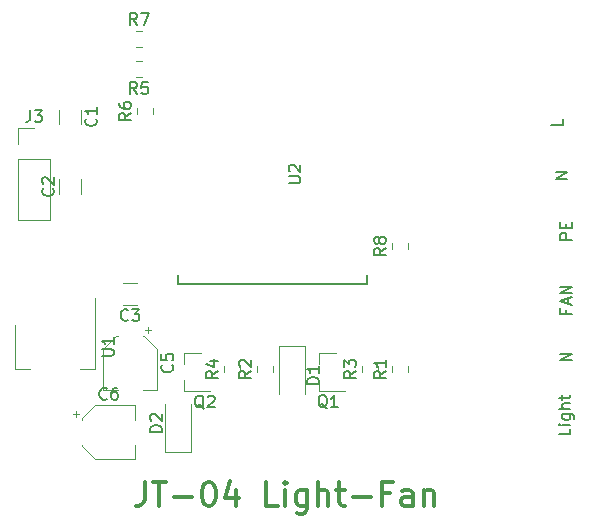
<source format=gbr>
G04 #@! TF.GenerationSoftware,KiCad,Pcbnew,5.1.9-73d0e3b20d~88~ubuntu20.04.1*
G04 #@! TF.CreationDate,2021-04-15T20:46:28+02:00*
G04 #@! TF.ProjectId,FAN-Light,46414e2d-4c69-4676-9874-2e6b69636164,rev?*
G04 #@! TF.SameCoordinates,Original*
G04 #@! TF.FileFunction,Legend,Top*
G04 #@! TF.FilePolarity,Positive*
%FSLAX46Y46*%
G04 Gerber Fmt 4.6, Leading zero omitted, Abs format (unit mm)*
G04 Created by KiCad (PCBNEW 5.1.9-73d0e3b20d~88~ubuntu20.04.1) date 2021-04-15 20:46:28*
%MOMM*%
%LPD*%
G01*
G04 APERTURE LIST*
%ADD10C,0.300000*%
%ADD11C,0.150000*%
%ADD12C,0.152400*%
%ADD13C,0.120000*%
G04 APERTURE END LIST*
D10*
X140955619Y-118792761D02*
X140955619Y-120221333D01*
X140860380Y-120507047D01*
X140669904Y-120697523D01*
X140384190Y-120792761D01*
X140193714Y-120792761D01*
X141622285Y-118792761D02*
X142765142Y-118792761D01*
X142193714Y-120792761D02*
X142193714Y-118792761D01*
X143431809Y-120030857D02*
X144955619Y-120030857D01*
X146288952Y-118792761D02*
X146479428Y-118792761D01*
X146669904Y-118888000D01*
X146765142Y-118983238D01*
X146860380Y-119173714D01*
X146955619Y-119554666D01*
X146955619Y-120030857D01*
X146860380Y-120411809D01*
X146765142Y-120602285D01*
X146669904Y-120697523D01*
X146479428Y-120792761D01*
X146288952Y-120792761D01*
X146098476Y-120697523D01*
X146003238Y-120602285D01*
X145908000Y-120411809D01*
X145812761Y-120030857D01*
X145812761Y-119554666D01*
X145908000Y-119173714D01*
X146003238Y-118983238D01*
X146098476Y-118888000D01*
X146288952Y-118792761D01*
X148669904Y-119459428D02*
X148669904Y-120792761D01*
X148193714Y-118697523D02*
X147717523Y-120126095D01*
X148955619Y-120126095D01*
X152193714Y-120792761D02*
X151241333Y-120792761D01*
X151241333Y-118792761D01*
X152860380Y-120792761D02*
X152860380Y-119459428D01*
X152860380Y-118792761D02*
X152765142Y-118888000D01*
X152860380Y-118983238D01*
X152955619Y-118888000D01*
X152860380Y-118792761D01*
X152860380Y-118983238D01*
X154669904Y-119459428D02*
X154669904Y-121078476D01*
X154574666Y-121268952D01*
X154479428Y-121364190D01*
X154288952Y-121459428D01*
X154003238Y-121459428D01*
X153812761Y-121364190D01*
X154669904Y-120697523D02*
X154479428Y-120792761D01*
X154098476Y-120792761D01*
X153908000Y-120697523D01*
X153812761Y-120602285D01*
X153717523Y-120411809D01*
X153717523Y-119840380D01*
X153812761Y-119649904D01*
X153908000Y-119554666D01*
X154098476Y-119459428D01*
X154479428Y-119459428D01*
X154669904Y-119554666D01*
X155622285Y-120792761D02*
X155622285Y-118792761D01*
X156479428Y-120792761D02*
X156479428Y-119745142D01*
X156384190Y-119554666D01*
X156193714Y-119459428D01*
X155908000Y-119459428D01*
X155717523Y-119554666D01*
X155622285Y-119649904D01*
X157146095Y-119459428D02*
X157908000Y-119459428D01*
X157431809Y-118792761D02*
X157431809Y-120507047D01*
X157527047Y-120697523D01*
X157717523Y-120792761D01*
X157908000Y-120792761D01*
X158574666Y-120030857D02*
X160098476Y-120030857D01*
X161717523Y-119745142D02*
X161050857Y-119745142D01*
X161050857Y-120792761D02*
X161050857Y-118792761D01*
X162003238Y-118792761D01*
X163622285Y-120792761D02*
X163622285Y-119745142D01*
X163527047Y-119554666D01*
X163336571Y-119459428D01*
X162955619Y-119459428D01*
X162765142Y-119554666D01*
X163622285Y-120697523D02*
X163431809Y-120792761D01*
X162955619Y-120792761D01*
X162765142Y-120697523D01*
X162669904Y-120507047D01*
X162669904Y-120316571D01*
X162765142Y-120126095D01*
X162955619Y-120030857D01*
X163431809Y-120030857D01*
X163622285Y-119935619D01*
X164574666Y-119459428D02*
X164574666Y-120792761D01*
X164574666Y-119649904D02*
X164669904Y-119554666D01*
X164860380Y-119459428D01*
X165146095Y-119459428D01*
X165336571Y-119554666D01*
X165431809Y-119745142D01*
X165431809Y-120792761D01*
D11*
X177109380Y-108489714D02*
X176109380Y-108489714D01*
X177109380Y-107918285D01*
X176109380Y-107918285D01*
X176982380Y-114276047D02*
X176982380Y-114752238D01*
X175982380Y-114752238D01*
X176982380Y-113942714D02*
X176315714Y-113942714D01*
X175982380Y-113942714D02*
X176030000Y-113990333D01*
X176077619Y-113942714D01*
X176030000Y-113895095D01*
X175982380Y-113942714D01*
X176077619Y-113942714D01*
X176315714Y-113037952D02*
X177125238Y-113037952D01*
X177220476Y-113085571D01*
X177268095Y-113133190D01*
X177315714Y-113228428D01*
X177315714Y-113371285D01*
X177268095Y-113466523D01*
X176934761Y-113037952D02*
X176982380Y-113133190D01*
X176982380Y-113323666D01*
X176934761Y-113418904D01*
X176887142Y-113466523D01*
X176791904Y-113514142D01*
X176506190Y-113514142D01*
X176410952Y-113466523D01*
X176363333Y-113418904D01*
X176315714Y-113323666D01*
X176315714Y-113133190D01*
X176363333Y-113037952D01*
X176982380Y-112561761D02*
X175982380Y-112561761D01*
X176982380Y-112133190D02*
X176458571Y-112133190D01*
X176363333Y-112180809D01*
X176315714Y-112276047D01*
X176315714Y-112418904D01*
X176363333Y-112514142D01*
X176410952Y-112561761D01*
X176315714Y-111799857D02*
X176315714Y-111418904D01*
X175982380Y-111657000D02*
X176839523Y-111657000D01*
X176934761Y-111609380D01*
X176982380Y-111514142D01*
X176982380Y-111418904D01*
X176585571Y-104187523D02*
X176585571Y-104520857D01*
X177109380Y-104520857D02*
X176109380Y-104520857D01*
X176109380Y-104044666D01*
X176823666Y-103711333D02*
X176823666Y-103235142D01*
X177109380Y-103806571D02*
X176109380Y-103473238D01*
X177109380Y-103139904D01*
X177109380Y-102806571D02*
X176109380Y-102806571D01*
X177109380Y-102235142D01*
X176109380Y-102235142D01*
X177109380Y-98250285D02*
X176109380Y-98250285D01*
X176109380Y-97869333D01*
X176157000Y-97774095D01*
X176204619Y-97726476D01*
X176299857Y-97678857D01*
X176442714Y-97678857D01*
X176537952Y-97726476D01*
X176585571Y-97774095D01*
X176633190Y-97869333D01*
X176633190Y-98250285D01*
X176585571Y-97250285D02*
X176585571Y-96916952D01*
X177109380Y-96774095D02*
X177109380Y-97250285D01*
X176109380Y-97250285D01*
X176109380Y-96774095D01*
X176728380Y-93122714D02*
X175728380Y-93122714D01*
X176728380Y-92551285D01*
X175728380Y-92551285D01*
X176347380Y-88082476D02*
X176347380Y-88558666D01*
X175347380Y-88558666D01*
D12*
X159766000Y-101981000D02*
X159766000Y-101219000D01*
X143764000Y-101981000D02*
X159766000Y-101981000D01*
X143764000Y-101219000D02*
X143764000Y-101981000D01*
D13*
X140302064Y-103780000D02*
X139097936Y-103780000D01*
X140302064Y-101960000D02*
X139097936Y-101960000D01*
X141510000Y-105940000D02*
X141010000Y-105940000D01*
X141260000Y-105690000D02*
X141260000Y-106190000D01*
X138504437Y-106430000D02*
X137440000Y-107494437D01*
X140895563Y-106430000D02*
X141960000Y-107494437D01*
X140895563Y-106430000D02*
X140760000Y-106430000D01*
X138504437Y-106430000D02*
X138640000Y-106430000D01*
X137440000Y-107494437D02*
X137440000Y-110950000D01*
X141960000Y-107494437D02*
X141960000Y-110950000D01*
X141960000Y-110950000D02*
X140760000Y-110950000D01*
X137440000Y-110950000D02*
X138640000Y-110950000D01*
X140160000Y-116814000D02*
X140160000Y-115614000D01*
X140160000Y-112294000D02*
X140160000Y-113494000D01*
X136704437Y-112294000D02*
X140160000Y-112294000D01*
X136704437Y-116814000D02*
X140160000Y-116814000D01*
X135640000Y-115749563D02*
X135640000Y-115614000D01*
X135640000Y-113358437D02*
X135640000Y-113494000D01*
X135640000Y-113358437D02*
X136704437Y-112294000D01*
X135640000Y-115749563D02*
X136704437Y-116814000D01*
X134900000Y-112994000D02*
X135400000Y-112994000D01*
X135150000Y-112744000D02*
X135150000Y-113244000D01*
X130242000Y-88840000D02*
X131572000Y-88840000D01*
X130242000Y-90170000D02*
X130242000Y-88840000D01*
X130242000Y-91440000D02*
X132902000Y-91440000D01*
X132902000Y-91440000D02*
X132902000Y-96580000D01*
X130242000Y-91440000D02*
X130242000Y-96580000D01*
X130242000Y-96580000D02*
X132902000Y-96580000D01*
X155720000Y-107894000D02*
X155720000Y-108824000D01*
X155720000Y-111054000D02*
X155720000Y-110124000D01*
X155720000Y-111054000D02*
X157880000Y-111054000D01*
X155720000Y-107894000D02*
X157180000Y-107894000D01*
X144274000Y-107894000D02*
X145734000Y-107894000D01*
X144274000Y-111054000D02*
X146434000Y-111054000D01*
X144274000Y-111054000D02*
X144274000Y-110124000D01*
X144274000Y-107894000D02*
X144274000Y-108824000D01*
X163270000Y-109481252D02*
X163270000Y-108958748D01*
X161850000Y-109481252D02*
X161850000Y-108958748D01*
X150420000Y-109481252D02*
X150420000Y-108958748D01*
X151840000Y-109481252D02*
X151840000Y-108958748D01*
X149046000Y-109481252D02*
X149046000Y-108958748D01*
X147626000Y-109481252D02*
X147626000Y-108958748D01*
X140714252Y-83110000D02*
X140191748Y-83110000D01*
X140714252Y-84530000D02*
X140191748Y-84530000D01*
X140260000Y-87646252D02*
X140260000Y-87123748D01*
X141680000Y-87646252D02*
X141680000Y-87123748D01*
X140191748Y-80570000D02*
X140714252Y-80570000D01*
X140191748Y-81990000D02*
X140714252Y-81990000D01*
X163270000Y-99076252D02*
X163270000Y-98553748D01*
X161850000Y-99076252D02*
X161850000Y-98553748D01*
X136760000Y-103240000D02*
X136760000Y-109250000D01*
X129940000Y-105490000D02*
X129940000Y-109250000D01*
X136760000Y-109250000D02*
X135500000Y-109250000D01*
X129940000Y-109250000D02*
X131200000Y-109250000D01*
X135530000Y-87245436D02*
X135530000Y-88449564D01*
X133710000Y-87245436D02*
X133710000Y-88449564D01*
X135530000Y-94364564D02*
X135530000Y-93160436D01*
X133710000Y-94364564D02*
X133710000Y-93160436D01*
X159310000Y-109481252D02*
X159310000Y-108958748D01*
X160730000Y-109481252D02*
X160730000Y-108958748D01*
X152281000Y-107268000D02*
X152281000Y-111328000D01*
X154551000Y-107268000D02*
X152281000Y-107268000D01*
X154551000Y-111328000D02*
X154551000Y-107268000D01*
X142629000Y-112192000D02*
X142629000Y-116252000D01*
X142629000Y-116252000D02*
X144899000Y-116252000D01*
X144899000Y-116252000D02*
X144899000Y-112192000D01*
D11*
X153122380Y-93471904D02*
X153931904Y-93471904D01*
X154027142Y-93424285D01*
X154074761Y-93376666D01*
X154122380Y-93281428D01*
X154122380Y-93090952D01*
X154074761Y-92995714D01*
X154027142Y-92948095D01*
X153931904Y-92900476D01*
X153122380Y-92900476D01*
X153217619Y-92471904D02*
X153170000Y-92424285D01*
X153122380Y-92329047D01*
X153122380Y-92090952D01*
X153170000Y-91995714D01*
X153217619Y-91948095D01*
X153312857Y-91900476D01*
X153408095Y-91900476D01*
X153550952Y-91948095D01*
X154122380Y-92519523D01*
X154122380Y-91900476D01*
X139533333Y-105047142D02*
X139485714Y-105094761D01*
X139342857Y-105142380D01*
X139247619Y-105142380D01*
X139104761Y-105094761D01*
X139009523Y-104999523D01*
X138961904Y-104904285D01*
X138914285Y-104713809D01*
X138914285Y-104570952D01*
X138961904Y-104380476D01*
X139009523Y-104285238D01*
X139104761Y-104190000D01*
X139247619Y-104142380D01*
X139342857Y-104142380D01*
X139485714Y-104190000D01*
X139533333Y-104237619D01*
X139866666Y-104142380D02*
X140485714Y-104142380D01*
X140152380Y-104523333D01*
X140295238Y-104523333D01*
X140390476Y-104570952D01*
X140438095Y-104618571D01*
X140485714Y-104713809D01*
X140485714Y-104951904D01*
X140438095Y-105047142D01*
X140390476Y-105094761D01*
X140295238Y-105142380D01*
X140009523Y-105142380D01*
X139914285Y-105094761D01*
X139866666Y-105047142D01*
X143257142Y-108856666D02*
X143304761Y-108904285D01*
X143352380Y-109047142D01*
X143352380Y-109142380D01*
X143304761Y-109285238D01*
X143209523Y-109380476D01*
X143114285Y-109428095D01*
X142923809Y-109475714D01*
X142780952Y-109475714D01*
X142590476Y-109428095D01*
X142495238Y-109380476D01*
X142400000Y-109285238D01*
X142352380Y-109142380D01*
X142352380Y-109047142D01*
X142400000Y-108904285D01*
X142447619Y-108856666D01*
X142352380Y-107951904D02*
X142352380Y-108428095D01*
X142828571Y-108475714D01*
X142780952Y-108428095D01*
X142733333Y-108332857D01*
X142733333Y-108094761D01*
X142780952Y-107999523D01*
X142828571Y-107951904D01*
X142923809Y-107904285D01*
X143161904Y-107904285D01*
X143257142Y-107951904D01*
X143304761Y-107999523D01*
X143352380Y-108094761D01*
X143352380Y-108332857D01*
X143304761Y-108428095D01*
X143257142Y-108475714D01*
X137733333Y-111711142D02*
X137685714Y-111758761D01*
X137542857Y-111806380D01*
X137447619Y-111806380D01*
X137304761Y-111758761D01*
X137209523Y-111663523D01*
X137161904Y-111568285D01*
X137114285Y-111377809D01*
X137114285Y-111234952D01*
X137161904Y-111044476D01*
X137209523Y-110949238D01*
X137304761Y-110854000D01*
X137447619Y-110806380D01*
X137542857Y-110806380D01*
X137685714Y-110854000D01*
X137733333Y-110901619D01*
X138590476Y-110806380D02*
X138400000Y-110806380D01*
X138304761Y-110854000D01*
X138257142Y-110901619D01*
X138161904Y-111044476D01*
X138114285Y-111234952D01*
X138114285Y-111615904D01*
X138161904Y-111711142D01*
X138209523Y-111758761D01*
X138304761Y-111806380D01*
X138495238Y-111806380D01*
X138590476Y-111758761D01*
X138638095Y-111711142D01*
X138685714Y-111615904D01*
X138685714Y-111377809D01*
X138638095Y-111282571D01*
X138590476Y-111234952D01*
X138495238Y-111187333D01*
X138304761Y-111187333D01*
X138209523Y-111234952D01*
X138161904Y-111282571D01*
X138114285Y-111377809D01*
X131238666Y-87292380D02*
X131238666Y-88006666D01*
X131191047Y-88149523D01*
X131095809Y-88244761D01*
X130952952Y-88292380D01*
X130857714Y-88292380D01*
X131619619Y-87292380D02*
X132238666Y-87292380D01*
X131905333Y-87673333D01*
X132048190Y-87673333D01*
X132143428Y-87720952D01*
X132191047Y-87768571D01*
X132238666Y-87863809D01*
X132238666Y-88101904D01*
X132191047Y-88197142D01*
X132143428Y-88244761D01*
X132048190Y-88292380D01*
X131762476Y-88292380D01*
X131667238Y-88244761D01*
X131619619Y-88197142D01*
X156384761Y-112521619D02*
X156289523Y-112474000D01*
X156194285Y-112378761D01*
X156051428Y-112235904D01*
X155956190Y-112188285D01*
X155860952Y-112188285D01*
X155908571Y-112426380D02*
X155813333Y-112378761D01*
X155718095Y-112283523D01*
X155670476Y-112093047D01*
X155670476Y-111759714D01*
X155718095Y-111569238D01*
X155813333Y-111474000D01*
X155908571Y-111426380D01*
X156099047Y-111426380D01*
X156194285Y-111474000D01*
X156289523Y-111569238D01*
X156337142Y-111759714D01*
X156337142Y-112093047D01*
X156289523Y-112283523D01*
X156194285Y-112378761D01*
X156099047Y-112426380D01*
X155908571Y-112426380D01*
X157289523Y-112426380D02*
X156718095Y-112426380D01*
X157003809Y-112426380D02*
X157003809Y-111426380D01*
X156908571Y-111569238D01*
X156813333Y-111664476D01*
X156718095Y-111712095D01*
X145954761Y-112561619D02*
X145859523Y-112514000D01*
X145764285Y-112418761D01*
X145621428Y-112275904D01*
X145526190Y-112228285D01*
X145430952Y-112228285D01*
X145478571Y-112466380D02*
X145383333Y-112418761D01*
X145288095Y-112323523D01*
X145240476Y-112133047D01*
X145240476Y-111799714D01*
X145288095Y-111609238D01*
X145383333Y-111514000D01*
X145478571Y-111466380D01*
X145669047Y-111466380D01*
X145764285Y-111514000D01*
X145859523Y-111609238D01*
X145907142Y-111799714D01*
X145907142Y-112133047D01*
X145859523Y-112323523D01*
X145764285Y-112418761D01*
X145669047Y-112466380D01*
X145478571Y-112466380D01*
X146288095Y-111561619D02*
X146335714Y-111514000D01*
X146430952Y-111466380D01*
X146669047Y-111466380D01*
X146764285Y-111514000D01*
X146811904Y-111561619D01*
X146859523Y-111656857D01*
X146859523Y-111752095D01*
X146811904Y-111894952D01*
X146240476Y-112466380D01*
X146859523Y-112466380D01*
X161362380Y-109386666D02*
X160886190Y-109720000D01*
X161362380Y-109958095D02*
X160362380Y-109958095D01*
X160362380Y-109577142D01*
X160410000Y-109481904D01*
X160457619Y-109434285D01*
X160552857Y-109386666D01*
X160695714Y-109386666D01*
X160790952Y-109434285D01*
X160838571Y-109481904D01*
X160886190Y-109577142D01*
X160886190Y-109958095D01*
X161362380Y-108434285D02*
X161362380Y-109005714D01*
X161362380Y-108720000D02*
X160362380Y-108720000D01*
X160505238Y-108815238D01*
X160600476Y-108910476D01*
X160648095Y-109005714D01*
X149932380Y-109386666D02*
X149456190Y-109720000D01*
X149932380Y-109958095D02*
X148932380Y-109958095D01*
X148932380Y-109577142D01*
X148980000Y-109481904D01*
X149027619Y-109434285D01*
X149122857Y-109386666D01*
X149265714Y-109386666D01*
X149360952Y-109434285D01*
X149408571Y-109481904D01*
X149456190Y-109577142D01*
X149456190Y-109958095D01*
X149027619Y-109005714D02*
X148980000Y-108958095D01*
X148932380Y-108862857D01*
X148932380Y-108624761D01*
X148980000Y-108529523D01*
X149027619Y-108481904D01*
X149122857Y-108434285D01*
X149218095Y-108434285D01*
X149360952Y-108481904D01*
X149932380Y-109053333D01*
X149932380Y-108434285D01*
X147138380Y-109386666D02*
X146662190Y-109720000D01*
X147138380Y-109958095D02*
X146138380Y-109958095D01*
X146138380Y-109577142D01*
X146186000Y-109481904D01*
X146233619Y-109434285D01*
X146328857Y-109386666D01*
X146471714Y-109386666D01*
X146566952Y-109434285D01*
X146614571Y-109481904D01*
X146662190Y-109577142D01*
X146662190Y-109958095D01*
X146471714Y-108529523D02*
X147138380Y-108529523D01*
X146090761Y-108767619D02*
X146805047Y-109005714D01*
X146805047Y-108386666D01*
X140286333Y-85922380D02*
X139953000Y-85446190D01*
X139714904Y-85922380D02*
X139714904Y-84922380D01*
X140095857Y-84922380D01*
X140191095Y-84970000D01*
X140238714Y-85017619D01*
X140286333Y-85112857D01*
X140286333Y-85255714D01*
X140238714Y-85350952D01*
X140191095Y-85398571D01*
X140095857Y-85446190D01*
X139714904Y-85446190D01*
X141191095Y-84922380D02*
X140714904Y-84922380D01*
X140667285Y-85398571D01*
X140714904Y-85350952D01*
X140810142Y-85303333D01*
X141048238Y-85303333D01*
X141143476Y-85350952D01*
X141191095Y-85398571D01*
X141238714Y-85493809D01*
X141238714Y-85731904D01*
X141191095Y-85827142D01*
X141143476Y-85874761D01*
X141048238Y-85922380D01*
X140810142Y-85922380D01*
X140714904Y-85874761D01*
X140667285Y-85827142D01*
X139772380Y-87551666D02*
X139296190Y-87885000D01*
X139772380Y-88123095D02*
X138772380Y-88123095D01*
X138772380Y-87742142D01*
X138820000Y-87646904D01*
X138867619Y-87599285D01*
X138962857Y-87551666D01*
X139105714Y-87551666D01*
X139200952Y-87599285D01*
X139248571Y-87646904D01*
X139296190Y-87742142D01*
X139296190Y-88123095D01*
X138772380Y-86694523D02*
X138772380Y-86885000D01*
X138820000Y-86980238D01*
X138867619Y-87027857D01*
X139010476Y-87123095D01*
X139200952Y-87170714D01*
X139581904Y-87170714D01*
X139677142Y-87123095D01*
X139724761Y-87075476D01*
X139772380Y-86980238D01*
X139772380Y-86789761D01*
X139724761Y-86694523D01*
X139677142Y-86646904D01*
X139581904Y-86599285D01*
X139343809Y-86599285D01*
X139248571Y-86646904D01*
X139200952Y-86694523D01*
X139153333Y-86789761D01*
X139153333Y-86980238D01*
X139200952Y-87075476D01*
X139248571Y-87123095D01*
X139343809Y-87170714D01*
X140286333Y-80082380D02*
X139953000Y-79606190D01*
X139714904Y-80082380D02*
X139714904Y-79082380D01*
X140095857Y-79082380D01*
X140191095Y-79130000D01*
X140238714Y-79177619D01*
X140286333Y-79272857D01*
X140286333Y-79415714D01*
X140238714Y-79510952D01*
X140191095Y-79558571D01*
X140095857Y-79606190D01*
X139714904Y-79606190D01*
X140619666Y-79082380D02*
X141286333Y-79082380D01*
X140857761Y-80082380D01*
X161362380Y-98981666D02*
X160886190Y-99315000D01*
X161362380Y-99553095D02*
X160362380Y-99553095D01*
X160362380Y-99172142D01*
X160410000Y-99076904D01*
X160457619Y-99029285D01*
X160552857Y-98981666D01*
X160695714Y-98981666D01*
X160790952Y-99029285D01*
X160838571Y-99076904D01*
X160886190Y-99172142D01*
X160886190Y-99553095D01*
X160790952Y-98410238D02*
X160743333Y-98505476D01*
X160695714Y-98553095D01*
X160600476Y-98600714D01*
X160552857Y-98600714D01*
X160457619Y-98553095D01*
X160410000Y-98505476D01*
X160362380Y-98410238D01*
X160362380Y-98219761D01*
X160410000Y-98124523D01*
X160457619Y-98076904D01*
X160552857Y-98029285D01*
X160600476Y-98029285D01*
X160695714Y-98076904D01*
X160743333Y-98124523D01*
X160790952Y-98219761D01*
X160790952Y-98410238D01*
X160838571Y-98505476D01*
X160886190Y-98553095D01*
X160981428Y-98600714D01*
X161171904Y-98600714D01*
X161267142Y-98553095D01*
X161314761Y-98505476D01*
X161362380Y-98410238D01*
X161362380Y-98219761D01*
X161314761Y-98124523D01*
X161267142Y-98076904D01*
X161171904Y-98029285D01*
X160981428Y-98029285D01*
X160886190Y-98076904D01*
X160838571Y-98124523D01*
X160790952Y-98219761D01*
X137302380Y-108101904D02*
X138111904Y-108101904D01*
X138207142Y-108054285D01*
X138254761Y-108006666D01*
X138302380Y-107911428D01*
X138302380Y-107720952D01*
X138254761Y-107625714D01*
X138207142Y-107578095D01*
X138111904Y-107530476D01*
X137302380Y-107530476D01*
X138302380Y-106530476D02*
X138302380Y-107101904D01*
X138302380Y-106816190D02*
X137302380Y-106816190D01*
X137445238Y-106911428D01*
X137540476Y-107006666D01*
X137588095Y-107101904D01*
X136797142Y-88014166D02*
X136844761Y-88061785D01*
X136892380Y-88204642D01*
X136892380Y-88299880D01*
X136844761Y-88442738D01*
X136749523Y-88537976D01*
X136654285Y-88585595D01*
X136463809Y-88633214D01*
X136320952Y-88633214D01*
X136130476Y-88585595D01*
X136035238Y-88537976D01*
X135940000Y-88442738D01*
X135892380Y-88299880D01*
X135892380Y-88204642D01*
X135940000Y-88061785D01*
X135987619Y-88014166D01*
X136892380Y-87061785D02*
X136892380Y-87633214D01*
X136892380Y-87347500D02*
X135892380Y-87347500D01*
X136035238Y-87442738D01*
X136130476Y-87537976D01*
X136178095Y-87633214D01*
X133157142Y-93929166D02*
X133204761Y-93976785D01*
X133252380Y-94119642D01*
X133252380Y-94214880D01*
X133204761Y-94357738D01*
X133109523Y-94452976D01*
X133014285Y-94500595D01*
X132823809Y-94548214D01*
X132680952Y-94548214D01*
X132490476Y-94500595D01*
X132395238Y-94452976D01*
X132300000Y-94357738D01*
X132252380Y-94214880D01*
X132252380Y-94119642D01*
X132300000Y-93976785D01*
X132347619Y-93929166D01*
X132347619Y-93548214D02*
X132300000Y-93500595D01*
X132252380Y-93405357D01*
X132252380Y-93167261D01*
X132300000Y-93072023D01*
X132347619Y-93024404D01*
X132442857Y-92976785D01*
X132538095Y-92976785D01*
X132680952Y-93024404D01*
X133252380Y-93595833D01*
X133252380Y-92976785D01*
X158822380Y-109386666D02*
X158346190Y-109720000D01*
X158822380Y-109958095D02*
X157822380Y-109958095D01*
X157822380Y-109577142D01*
X157870000Y-109481904D01*
X157917619Y-109434285D01*
X158012857Y-109386666D01*
X158155714Y-109386666D01*
X158250952Y-109434285D01*
X158298571Y-109481904D01*
X158346190Y-109577142D01*
X158346190Y-109958095D01*
X157822380Y-109053333D02*
X157822380Y-108434285D01*
X158203333Y-108767619D01*
X158203333Y-108624761D01*
X158250952Y-108529523D01*
X158298571Y-108481904D01*
X158393809Y-108434285D01*
X158631904Y-108434285D01*
X158727142Y-108481904D01*
X158774761Y-108529523D01*
X158822380Y-108624761D01*
X158822380Y-108910476D01*
X158774761Y-109005714D01*
X158727142Y-109053333D01*
X155688380Y-110466095D02*
X154688380Y-110466095D01*
X154688380Y-110228000D01*
X154736000Y-110085142D01*
X154831238Y-109989904D01*
X154926476Y-109942285D01*
X155116952Y-109894666D01*
X155259809Y-109894666D01*
X155450285Y-109942285D01*
X155545523Y-109989904D01*
X155640761Y-110085142D01*
X155688380Y-110228000D01*
X155688380Y-110466095D01*
X155688380Y-108942285D02*
X155688380Y-109513714D01*
X155688380Y-109228000D02*
X154688380Y-109228000D01*
X154831238Y-109323238D01*
X154926476Y-109418476D01*
X154974095Y-109513714D01*
X142396380Y-114530095D02*
X141396380Y-114530095D01*
X141396380Y-114292000D01*
X141444000Y-114149142D01*
X141539238Y-114053904D01*
X141634476Y-114006285D01*
X141824952Y-113958666D01*
X141967809Y-113958666D01*
X142158285Y-114006285D01*
X142253523Y-114053904D01*
X142348761Y-114149142D01*
X142396380Y-114292000D01*
X142396380Y-114530095D01*
X141491619Y-113577714D02*
X141444000Y-113530095D01*
X141396380Y-113434857D01*
X141396380Y-113196761D01*
X141444000Y-113101523D01*
X141491619Y-113053904D01*
X141586857Y-113006285D01*
X141682095Y-113006285D01*
X141824952Y-113053904D01*
X142396380Y-113625333D01*
X142396380Y-113006285D01*
M02*

</source>
